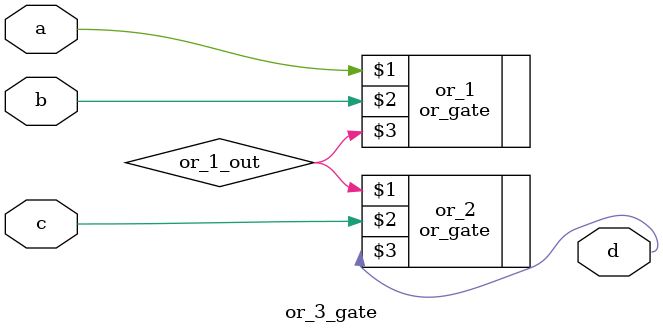
<source format=v>
`timescale 1ns / 1ps
module or_3_gate(input a, input b, input c, output d);

    wire or_1_out;
    
    or_gate or_1 (a, b, or_1_out);
    or_gate or_2 (or_1_out, c, d);

endmodule
</source>
